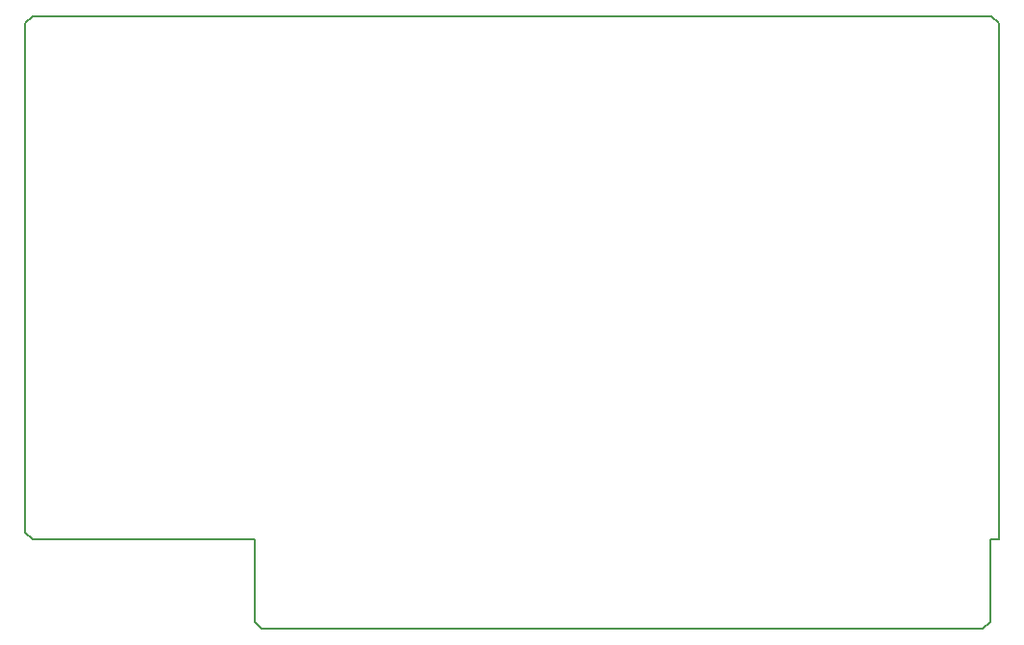
<source format=gbr>
G04 #@! TF.GenerationSoftware,KiCad,Pcbnew,(5.1.10-1-10_14)*
G04 #@! TF.CreationDate,2021-12-12T10:22:25-05:00*
G04 #@! TF.ProjectId,ProDOS ROM-Drive 3.0,50726f44-4f53-4205-924f-4d2d44726976,3.0*
G04 #@! TF.SameCoordinates,Original*
G04 #@! TF.FileFunction,Profile,NP*
%FSLAX46Y46*%
G04 Gerber Fmt 4.6, Leading zero omitted, Abs format (unit mm)*
G04 Created by KiCad (PCBNEW (5.1.10-1-10_14)) date 2021-12-12 10:22:25*
%MOMM*%
%LPD*%
G01*
G04 APERTURE LIST*
G04 #@! TA.AperFunction,Profile*
%ADD10C,0.150000*%
G04 #@! TD*
G04 APERTURE END LIST*
D10*
X33644840Y-68521580D02*
X34279840Y-69156580D01*
X119369840Y-23690580D02*
X118734840Y-23055580D01*
X33644840Y-23690580D02*
X34279840Y-23055580D01*
X53837840Y-69156580D02*
X34279840Y-69156580D01*
X53837840Y-76395580D02*
X54472840Y-77030580D01*
X53837840Y-69156580D02*
X53837840Y-76395580D01*
X118607840Y-76395580D02*
X117972840Y-77030580D01*
X118607840Y-69156580D02*
X118607840Y-76395580D01*
X119369840Y-69156580D02*
X118607840Y-69156580D01*
X118734840Y-23055580D02*
X34279840Y-23055580D01*
X119369840Y-69156580D02*
X119369840Y-23690580D01*
X54472840Y-77030580D02*
X117972840Y-77030580D01*
X33644840Y-23690580D02*
X33644840Y-68521580D01*
M02*

</source>
